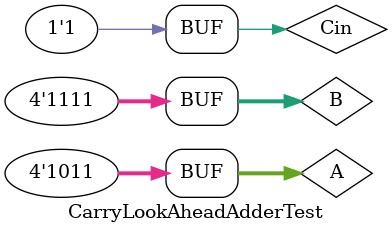
<source format=v>
`timescale 1ns / 1ps


module CarryLookAheadAdderTest;

	// Inputs
	reg [3:0] A;
	reg [3:0] B;
	reg Cin;

	// Outputs
	wire [3:0] S;
	wire Cout;
	wire PG;
	wire GG;

	// Instantiate the Unit Under Test (UUT)
	CarryLookAheadAdder uut (
		.A(A), 
		.B(B), 
		.Cin(Cin), 
		.S(S), 
		.Cout(Cout), 
		.PG(PG), 
		.GG(GG)
	);

	initial begin
		// Initialize Inputs
		A = 0011;
		B = 1000;
		Cin = 0;

		// Wait 100 ns for global reset to finish
		#100;
        
		// Add stimulus here
		A = 0011;
		B = 1000;
		Cin = 1;
		
		#100;
		A = 0011;
		B = 0111;
		Cin = 0;
		
		#100;
		A = 0011;
		B = 0111;
		Cin = 1;
		
		#100;

	end
      
endmodule


</source>
